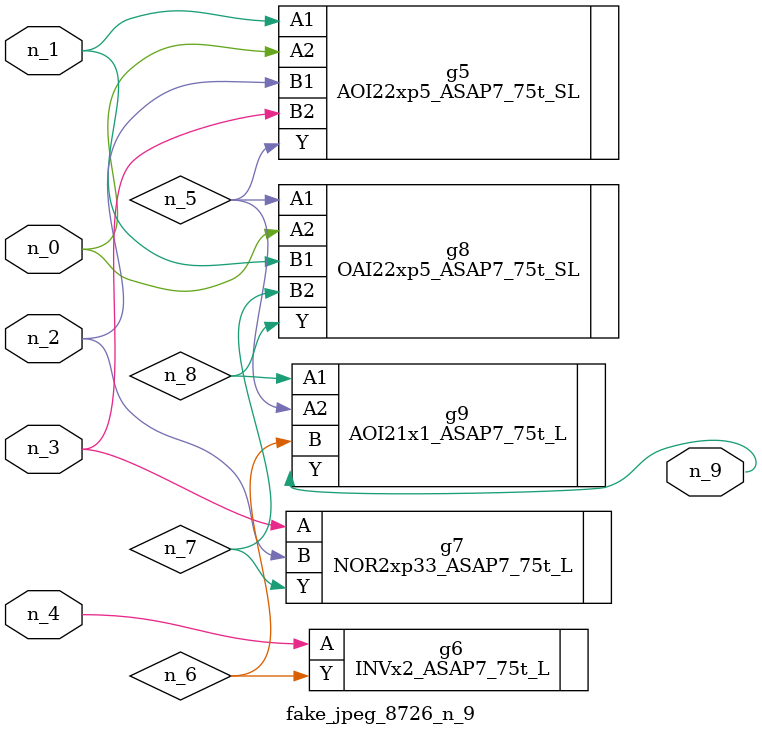
<source format=v>
module fake_jpeg_8726_n_9 (n_3, n_2, n_1, n_0, n_4, n_9);

input n_3;
input n_2;
input n_1;
input n_0;
input n_4;

output n_9;

wire n_8;
wire n_6;
wire n_5;
wire n_7;

AOI22xp5_ASAP7_75t_SL g5 ( 
.A1(n_1),
.A2(n_0),
.B1(n_2),
.B2(n_3),
.Y(n_5)
);

INVx2_ASAP7_75t_L g6 ( 
.A(n_4),
.Y(n_6)
);

NOR2xp33_ASAP7_75t_L g7 ( 
.A(n_3),
.B(n_2),
.Y(n_7)
);

OAI22xp5_ASAP7_75t_SL g8 ( 
.A1(n_5),
.A2(n_0),
.B1(n_1),
.B2(n_7),
.Y(n_8)
);

AOI21x1_ASAP7_75t_L g9 ( 
.A1(n_8),
.A2(n_5),
.B(n_6),
.Y(n_9)
);


endmodule
</source>
